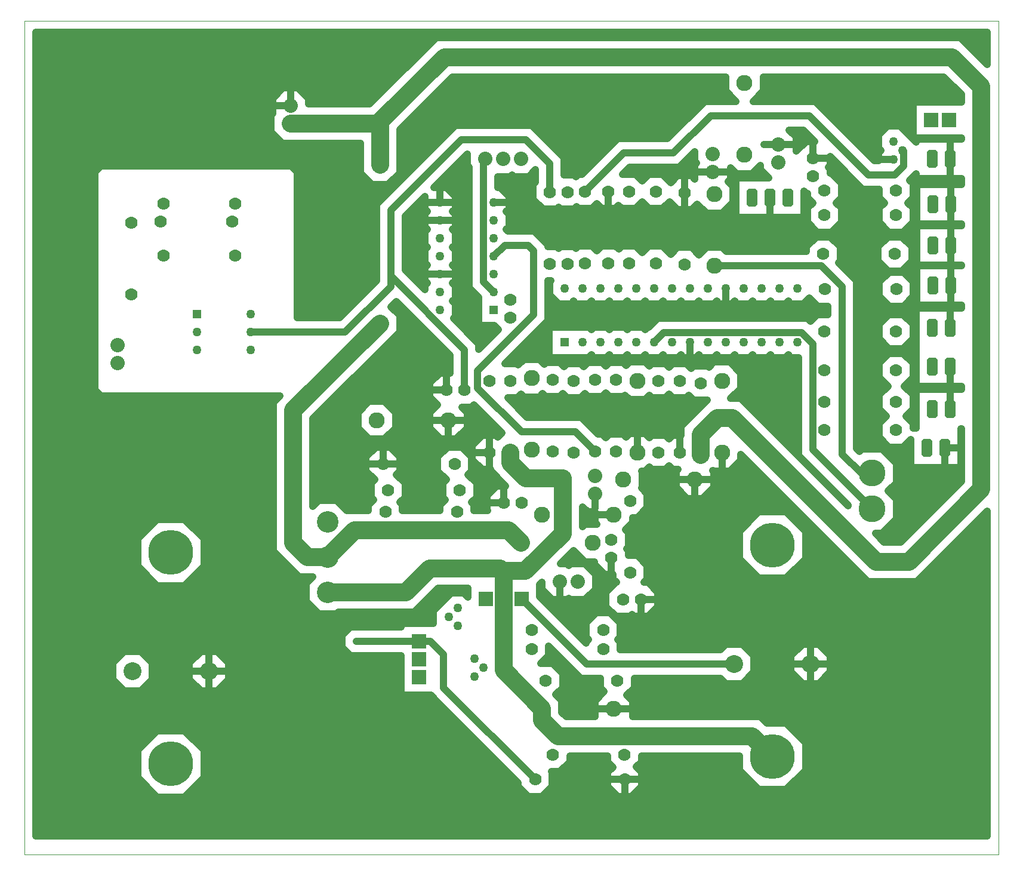
<source format=gbr>
G04 PROTEUS GERBER X2 FILE*
%TF.GenerationSoftware,Labcenter,Proteus,8.15-SP1-Build34318*%
%TF.CreationDate,2023-09-22T14:49:31+00:00*%
%TF.FileFunction,Copper,L1,Top*%
%TF.FilePolarity,Positive*%
%TF.Part,Single*%
%TF.SameCoordinates,{cc55e535-ffdd-4919-8125-6210c26246c2}*%
%FSLAX45Y45*%
%MOMM*%
G01*
%TA.AperFunction,Conductor*%
%ADD10C,1.016000*%
%ADD11C,2.540000*%
%TA.AperFunction,ViaPad*%
%ADD12C,0.762000*%
%TA.AperFunction,ComponentPad*%
%ADD13C,2.032000*%
%TA.AperFunction,ComponentPad*%
%ADD14R,1.270000X1.270000*%
%ADD15C,1.270000*%
%AMDIL006*
4,1,8,
-0.762000,0.965200,-0.457200,1.270000,0.457200,1.270000,0.762000,0.965200,0.762000,-0.965200,
0.457200,-1.270000,-0.457200,-1.270000,-0.762000,-0.965200,-0.762000,0.965200,
0*%
%TA.AperFunction,ComponentPad*%
%ADD16DIL006*%
%ADD17C,1.778000*%
%ADD18C,2.286000*%
%TA.AperFunction,ComponentPad*%
%ADD19R,2.032000X2.032000*%
%TA.AperFunction,ComponentPad*%
%ADD70C,2.540000*%
%ADD71C,6.350000*%
%TA.AperFunction,ComponentPad*%
%ADD20C,3.048000*%
%TA.AperFunction,ComponentPad*%
%ADD21C,3.810000*%
%TA.AperFunction,Profile*%
%ADD22C,0.101600*%
%TD.AperFunction*%
%TA.AperFunction,Conductor*%
G36*
X+5362520Y+4686277D02*
X+4979398Y+5069399D01*
X-2450747Y+5069399D01*
X-3363222Y+4156924D01*
X-3363224Y+4156924D01*
X-3396749Y+4123399D01*
X-4266001Y+4123399D01*
X-4266001Y+4203210D01*
X-4414790Y+4351999D01*
X-4625210Y+4351999D01*
X-4773999Y+4203210D01*
X-4773999Y+3992790D01*
X-4770170Y+3988960D01*
X-4799399Y+3959731D01*
X-4799399Y+3728269D01*
X-4635731Y+3564601D01*
X-3526892Y+3564601D01*
X-3526892Y+3378236D01*
X-3529398Y+3375730D01*
X-3529398Y+3144270D01*
X-3365730Y+2980602D01*
X-3134270Y+2980602D01*
X-2968094Y+3146778D01*
X-2968094Y+3761796D01*
X-2219289Y+4510601D01*
X+1653301Y+4510601D01*
X+1653301Y+4309530D01*
X+1799632Y+4163199D01*
X+1355834Y+4163199D01*
X+829135Y+3636500D01*
X+123134Y+3636500D01*
X-386067Y+3127299D01*
X-439949Y+3127299D01*
X-470000Y+3097248D01*
X-491651Y+3118899D01*
X-636801Y+3118899D01*
X-636801Y+3364167D01*
X-1095833Y+3823199D01*
X-2179413Y+3823199D01*
X-3295614Y+2706999D01*
X-3295614Y+1623582D01*
X-3826997Y+1092199D01*
X-4422600Y+1092199D01*
X-4422600Y+3158126D01*
X-4511874Y+3247400D01*
X-7208126Y+3247400D01*
X-7297400Y+3158126D01*
X-7297400Y+71874D01*
X-7208126Y-17400D01*
X-4672528Y-17400D01*
X-4759399Y-104271D01*
X-4759399Y-2215729D01*
X-4396109Y-2579019D01*
X-4200070Y-2579019D01*
X-4294799Y-2673748D01*
X-4294799Y-2926252D01*
X-4116252Y-3104799D01*
X-3863748Y-3104799D01*
X-3838348Y-3079399D01*
X-2764271Y-3079399D01*
X-2425520Y-2740648D01*
X-2003999Y-2740648D01*
X-2003999Y-2863674D01*
X-2060572Y-2807101D01*
X-2239428Y-2807101D01*
X-2365899Y-2933572D01*
X-2365899Y-2934101D01*
X-2366428Y-2934101D01*
X-2492899Y-3060572D01*
X-2492899Y-3239428D01*
X-2490326Y-3242001D01*
X-2953999Y-3242001D01*
X-2953999Y-3293077D01*
X-3670379Y-3293077D01*
X-3789410Y-3412108D01*
X-3789410Y-3580444D01*
X-3670379Y-3699475D01*
X-2953999Y-3699475D01*
X-2953999Y-4257999D01*
X-2529368Y-4257999D01*
X-2434167Y-4353199D01*
X-1291299Y-5496067D01*
X-1291299Y-5549949D01*
X-1149949Y-5691299D01*
X-950051Y-5691299D01*
X-808701Y-5549949D01*
X-808701Y-5350051D01*
X-817453Y-5341299D01*
X-700051Y-5341299D01*
X-558701Y-5199949D01*
X-558701Y-5119399D01*
X-25299Y-5119399D01*
X-25299Y-5199949D01*
X+51752Y-5277000D01*
X-21299Y-5350051D01*
X-21299Y-5549949D01*
X+120051Y-5691299D01*
X+319949Y-5691299D01*
X+461299Y-5549949D01*
X+461299Y-5350051D01*
X+384248Y-5273000D01*
X+457299Y-5199949D01*
X+457299Y-5119399D01*
X+1847329Y-5119399D01*
X+1847329Y-5321487D01*
X+2122589Y-5596747D01*
X+2511867Y-5596747D01*
X+2787127Y-5321487D01*
X+2787127Y-4932209D01*
X+2511867Y-4656949D01*
X+2242457Y-4656949D01*
X+2146109Y-4560601D01*
X+332568Y-4560601D01*
X+332699Y-4560470D01*
X+332699Y-4339530D01*
X+250208Y-4257040D01*
X+357299Y-4149949D01*
X+357299Y-4016867D01*
X+1581737Y-4016867D01*
X+1657937Y-4093067D01*
X+1889399Y-4093067D01*
X+2053067Y-3929399D01*
X+2053067Y-3697937D01*
X+1889399Y-3534269D01*
X+1657937Y-3534269D01*
X+1581737Y-3610469D01*
X+157299Y-3610469D01*
X+157299Y-3500051D01*
X+122248Y-3465000D01*
X+157299Y-3429949D01*
X+157299Y-3230051D01*
X+15949Y-3088701D01*
X-183949Y-3088701D01*
X-325299Y-3230051D01*
X-325299Y-3429949D01*
X-290248Y-3465000D01*
X-325299Y-3500051D01*
X-325299Y-3519335D01*
X-988001Y-2856634D01*
X-988001Y-2693128D01*
X-953999Y-2659126D01*
X-953999Y-2755210D01*
X-805210Y-2903999D01*
X-594790Y-2903999D01*
X-573000Y-2882209D01*
X-551210Y-2903999D01*
X-340790Y-2903999D01*
X-192001Y-2755210D01*
X-192001Y-2544790D01*
X-340790Y-2396001D01*
X-551210Y-2396001D01*
X-573000Y-2417791D01*
X-594790Y-2396001D01*
X-690874Y-2396001D01*
X-500699Y-2205826D01*
X-500699Y-2210470D01*
X-344470Y-2366699D01*
X-208600Y-2366699D01*
X-208600Y-2403949D01*
X-67250Y-2545299D01*
X+58701Y-2545299D01*
X+58701Y-2615949D01*
X+101453Y-2658701D01*
X+96051Y-2658701D01*
X-45299Y-2800051D01*
X-45299Y-2999949D01*
X+96051Y-3141299D01*
X+295949Y-3141299D01*
X+323000Y-3114248D01*
X+350051Y-3141299D01*
X+549949Y-3141299D01*
X+691299Y-2999949D01*
X+691299Y-2800051D01*
X+549949Y-2658701D01*
X+498547Y-2658701D01*
X+541299Y-2615949D01*
X+541299Y-2416051D01*
X+399949Y-2274701D01*
X+273998Y-2274701D01*
X+273998Y-2204051D01*
X+246947Y-2177000D01*
X+273998Y-2149949D01*
X+273998Y-1950051D01*
X+233558Y-1909611D01*
X+332699Y-1810470D01*
X+332699Y-1741299D01*
X+399949Y-1741299D01*
X+541299Y-1599949D01*
X+541299Y-1400051D01*
X+459208Y-1317961D01*
X+466699Y-1310470D01*
X+466699Y-1089530D01*
X+459868Y-1082699D01*
X+510470Y-1082699D01*
X+567960Y-1025209D01*
X+600051Y-1057299D01*
X+799949Y-1057299D01*
X+850000Y-1007248D01*
X+900051Y-1057299D01*
X+981532Y-1057299D01*
X+949301Y-1089530D01*
X+949301Y-1310470D01*
X+1105530Y-1466699D01*
X+1326470Y-1466699D01*
X+1482699Y-1310470D01*
X+1482699Y-1089530D01*
X+1469149Y-1075981D01*
X+1475980Y-1069150D01*
X+1489530Y-1082699D01*
X+1710470Y-1082699D01*
X+1866699Y-926470D01*
X+1866699Y-841827D01*
X+3670557Y-2645685D01*
X+4366838Y-2645685D01*
X+5362520Y-1650003D01*
X+5362520Y-6250000D01*
X-8132520Y-6250000D01*
X-8132520Y+5142520D01*
X+5362520Y+5142520D01*
X+5362520Y+4686277D01*
G37*
%TD.AperFunction*%
%LPC*%
G36*
X+3140187Y-3697937D02*
X+3140187Y-3929399D01*
X+2976519Y-4093067D01*
X+2745057Y-4093067D01*
X+2581389Y-3929399D01*
X+2581389Y-3697937D01*
X+2745057Y-3534269D01*
X+2976519Y-3534269D01*
X+3140187Y-3697937D01*
G37*
G36*
X+2787127Y-1935009D02*
X+2787127Y-2324287D01*
X+2511867Y-2599547D01*
X+2122589Y-2599547D01*
X+1847329Y-2324287D01*
X+1847329Y-1935009D01*
X+2122589Y-1659749D01*
X+2511867Y-1659749D01*
X+2787127Y-1935009D01*
G37*
G36*
X-5394717Y-3800417D02*
X-5394717Y-4031879D01*
X-5558385Y-4195547D01*
X-5789847Y-4195547D01*
X-5953515Y-4031879D01*
X-5953515Y-3800417D01*
X-5789847Y-3636749D01*
X-5558385Y-3636749D01*
X-5394717Y-3800417D01*
G37*
G36*
X-6481837Y-3800417D02*
X-6481837Y-4031879D01*
X-6645505Y-4195547D01*
X-6876967Y-4195547D01*
X-7040635Y-4031879D01*
X-7040635Y-3800417D01*
X-6876967Y-3636749D01*
X-6645505Y-3636749D01*
X-6481837Y-3800417D01*
G37*
G36*
X-5747777Y-5034689D02*
X-5747777Y-5423967D01*
X-6023037Y-5699227D01*
X-6412315Y-5699227D01*
X-6687575Y-5423967D01*
X-6687575Y-5034689D01*
X-6412315Y-4759429D01*
X-6023037Y-4759429D01*
X-5747777Y-5034689D01*
G37*
G36*
X-5747777Y-2037489D02*
X-5747777Y-2426767D01*
X-6023037Y-2702027D01*
X-6412315Y-2702027D01*
X-6687575Y-2426767D01*
X-6687575Y-2037489D01*
X-6412315Y-1762229D01*
X-6023037Y-1762229D01*
X-5747777Y-2037489D01*
G37*
%LPD*%
%TA.AperFunction,Conductor*%
G36*
X+5000601Y+4257940D02*
X+5000601Y+4153999D01*
X+4310001Y+4153999D01*
X+4310001Y+3646001D01*
X+5000601Y+3646001D01*
X+5000601Y+3629399D01*
X+4355401Y+3629399D01*
X+4355401Y+3583926D01*
X+4253428Y+3685899D01*
X+4252899Y+3685899D01*
X+4252899Y+3686428D01*
X+4126428Y+3812899D01*
X+3947572Y+3812899D01*
X+3821101Y+3686428D01*
X+3821101Y+3507572D01*
X+3858673Y+3470000D01*
X+3821101Y+3432428D01*
X+3821101Y+3323199D01*
X+3764167Y+3323199D01*
X+2924167Y+4163199D01*
X+2040368Y+4163199D01*
X+2186699Y+4309530D01*
X+2186699Y+4510601D01*
X+4747940Y+4510601D01*
X+5000601Y+4257940D01*
G37*
%TD.AperFunction*%
%TA.AperFunction,Conductor*%
G36*
X+2917335Y+3595299D02*
X+2794051Y+3595299D01*
X+2653999Y+3455247D01*
X+2653999Y+3659210D01*
X+2556408Y+3756801D01*
X+2755833Y+3756801D01*
X+2917335Y+3595299D01*
G37*
%TD.AperFunction*%
%TA.AperFunction,Conductor*%
G36*
X+1216001Y+3308790D02*
X+1237791Y+3287000D01*
X+1216001Y+3265210D01*
X+1216001Y+3061247D01*
X+1169949Y+3107299D01*
X+970051Y+3107299D01*
X+875000Y+3012248D01*
X+759949Y+3127299D01*
X+560051Y+3127299D01*
X+469350Y+3036598D01*
X+379949Y+3126000D01*
X+187366Y+3126000D01*
X+291468Y+3230102D01*
X+997469Y+3230102D01*
X+1216001Y+3448634D01*
X+1216001Y+3308790D01*
G37*
%TD.AperFunction*%
%TA.AperFunction,Conductor*%
G36*
X+3595833Y+2916801D02*
X+3828701Y+2916801D01*
X+3828701Y+2800051D01*
X+3903752Y+2725000D01*
X+3828701Y+2649949D01*
X+3828701Y+2450051D01*
X+3970051Y+2308701D01*
X+4169949Y+2308701D01*
X+4311299Y+2450051D01*
X+4311299Y+2649949D01*
X+4236248Y+2725000D01*
X+4311299Y+2800051D01*
X+4311299Y+2999949D01*
X+4264307Y+3046941D01*
X+4355401Y+3138035D01*
X+4355401Y+3070601D01*
X+5000601Y+3070601D01*
X+5000601Y+2979399D01*
X+4361401Y+2979399D01*
X+4361401Y+2420601D01*
X+5000601Y+2420601D01*
X+5000601Y+2399399D01*
X+4361401Y+2399399D01*
X+4361401Y+1840601D01*
X+5000601Y+1840601D01*
X+5000601Y+1829399D01*
X+4361401Y+1829399D01*
X+4361401Y+1270601D01*
X+5000601Y+1270601D01*
X+5000601Y+1229399D01*
X+4357401Y+1229399D01*
X+4357401Y+120601D01*
X+5000601Y+120601D01*
X+5000601Y+79399D01*
X+4357401Y+79399D01*
X+4357401Y-470601D01*
X+4311299Y-470601D01*
X+4311299Y-400051D01*
X+4211248Y-300000D01*
X+4311299Y-199949D01*
X+4311299Y-51D01*
X+4186248Y+125000D01*
X+4311299Y+250051D01*
X+4311299Y+449949D01*
X+4169949Y+591299D01*
X+3970051Y+591299D01*
X+3828701Y+449949D01*
X+3828701Y+250051D01*
X+3953752Y+125000D01*
X+3828701Y-51D01*
X+3828701Y-199949D01*
X+3928752Y-300000D01*
X+3828701Y-400051D01*
X+3828701Y-599949D01*
X+3970051Y-741299D01*
X+4169949Y-741299D01*
X+4281401Y-629847D01*
X+4281401Y-1029399D01*
X+4992599Y-1029399D01*
X+4992599Y-479399D01*
X+5000601Y-479399D01*
X+5000601Y-1221666D01*
X+4135380Y-2086887D01*
X+3902015Y-2086887D01*
X+3776027Y-1960899D01*
X+3872033Y-1960899D01*
X+4072899Y-1760033D01*
X+4072899Y-1475967D01*
X+3960932Y-1364000D01*
X+4072899Y-1252033D01*
X+4072899Y-967967D01*
X+3872033Y-767101D01*
X+3587967Y-767101D01*
X+3553217Y-801851D01*
X+3507199Y-755833D01*
X+3507199Y+1620166D01*
X+3253306Y+1874058D01*
X+3279299Y+1900051D01*
X+3279299Y+2099949D01*
X+3137949Y+2241299D01*
X+2938051Y+2241299D01*
X+2796701Y+2099949D01*
X+2796701Y+2031199D01*
X+1665970Y+2031199D01*
X+1602470Y+2094699D01*
X+1381530Y+2094699D01*
X+1274039Y+1987208D01*
X+1169949Y+2091299D01*
X+970051Y+2091299D01*
X+875000Y+1996248D01*
X+759949Y+2111299D01*
X+560051Y+2111299D01*
X+469350Y+2020598D01*
X+379949Y+2110000D01*
X+180051Y+2110000D01*
X+135649Y+2065598D01*
X+89949Y+2111299D01*
X-109949Y+2111299D01*
X-175000Y+2046248D01*
X-240051Y+2111299D01*
X-439949Y+2111299D01*
X-470000Y+2081248D01*
X-491651Y+2102899D01*
X-691549Y+2102899D01*
X-716600Y+2077848D01*
X-740051Y+2101299D01*
X-866801Y+2101299D01*
X-866801Y+2126639D01*
X-1063730Y+2323568D01*
X-1438241Y+2323568D01*
X-1459673Y+2345000D01*
X-1422101Y+2382572D01*
X-1422101Y+2561428D01*
X-1459673Y+2599000D01*
X-1422101Y+2636572D01*
X-1422101Y+2815428D01*
X-1548572Y+2941899D01*
X-1583531Y+2941899D01*
X-1583531Y+3096001D01*
X-1394790Y+3096001D01*
X-1373000Y+3117791D01*
X-1351210Y+3096001D01*
X-1140790Y+3096001D01*
X-1043199Y+3193592D01*
X-1043199Y+3014049D01*
X-1081299Y+2975949D01*
X-1081299Y+2776051D01*
X-939949Y+2634701D01*
X-740051Y+2634701D01*
X-715001Y+2659751D01*
X-691549Y+2636301D01*
X-491651Y+2636301D01*
X-461600Y+2666352D01*
X-439949Y+2644701D01*
X-240051Y+2644701D01*
X-175000Y+2709752D01*
X-109949Y+2644701D01*
X+89949Y+2644701D01*
X+134350Y+2689102D01*
X+180051Y+2643402D01*
X+379949Y+2643402D01*
X+470649Y+2734102D01*
X+560051Y+2644701D01*
X+759949Y+2644701D01*
X+855000Y+2739752D01*
X+970051Y+2624701D01*
X+1169949Y+2624701D01*
X+1252039Y+2706791D01*
X+1381530Y+2577301D01*
X+1602470Y+2577301D01*
X+1758699Y+2733530D01*
X+1758699Y+2954470D01*
X+1691189Y+3021980D01*
X+1723999Y+3054790D01*
X+1723999Y+3222832D01*
X+1809530Y+3137301D01*
X+2030470Y+3137301D01*
X+2146001Y+3252832D01*
X+2146001Y+3194790D01*
X+2261392Y+3079399D01*
X+1797401Y+3079399D01*
X+1797401Y+2520601D01*
X+2762599Y+2520601D01*
X+2762599Y+2890153D01*
X+2794051Y+2858701D01*
X+2812701Y+2858701D01*
X+2812701Y+2800051D01*
X+2887752Y+2725000D01*
X+2812701Y+2649949D01*
X+2812701Y+2450051D01*
X+2954051Y+2308701D01*
X+3153949Y+2308701D01*
X+3295299Y+2450051D01*
X+3295299Y+2649949D01*
X+3220248Y+2725000D01*
X+3295299Y+2800051D01*
X+3295299Y+2999949D01*
X+3153949Y+3141299D01*
X+3135299Y+3141299D01*
X+3135299Y+3199949D01*
X+3108248Y+3227000D01*
X+3135299Y+3254051D01*
X+3135299Y+3377335D01*
X+3595833Y+2916801D01*
G37*
%TD.AperFunction*%
%LPC*%
G36*
X+4315299Y+1599949D02*
X+4315299Y+1400051D01*
X+4173949Y+1258701D01*
X+3974051Y+1258701D01*
X+3832701Y+1400051D01*
X+3832701Y+1599949D01*
X+3974051Y+1741299D01*
X+4173949Y+1741299D01*
X+4315299Y+1599949D01*
G37*
G36*
X+3812701Y+1900051D02*
X+3812701Y+2099949D01*
X+3954051Y+2241299D01*
X+4153949Y+2241299D01*
X+4295299Y+2099949D01*
X+4295299Y+1900051D01*
X+4153949Y+1758701D01*
X+3954051Y+1758701D01*
X+3812701Y+1900051D01*
G37*
G36*
X+3828701Y+800051D02*
X+3828701Y+999949D01*
X+3970051Y+1141299D01*
X+4169949Y+1141299D01*
X+4311299Y+999949D01*
X+4311299Y+800051D01*
X+4169949Y+658701D01*
X+3970051Y+658701D01*
X+3828701Y+800051D01*
G37*
%LPD*%
%TA.AperFunction,Conductor*%
G36*
X-2615899Y+2636572D02*
X-2578327Y+2599000D01*
X-2615899Y+2561428D01*
X-2615899Y+2382572D01*
X-2578327Y+2345000D01*
X-2615899Y+2307428D01*
X-2615899Y+2128572D01*
X-2578327Y+2091000D01*
X-2615899Y+2053428D01*
X-2615899Y+1874572D01*
X-2578327Y+1837000D01*
X-2615899Y+1799428D01*
X-2615899Y+1620572D01*
X-2578327Y+1583000D01*
X-2615899Y+1545428D01*
X-2615899Y+1495264D01*
X-2889216Y+1768582D01*
X-2889216Y+2538664D01*
X-2615899Y+2811981D01*
X-2615899Y+2636572D01*
G37*
%TD.AperFunction*%
%TA.AperFunction,Conductor*%
G36*
X-845899Y+1599428D02*
X-845899Y+1420572D01*
X-719428Y+1294101D01*
X-540572Y+1294101D01*
X-504000Y+1330673D01*
X-467428Y+1294101D01*
X-288572Y+1294101D01*
X-251000Y+1331673D01*
X-213428Y+1294101D01*
X-34572Y+1294101D01*
X+3000Y+1331673D01*
X+40572Y+1294101D01*
X+219428Y+1294101D01*
X+257000Y+1331673D01*
X+294572Y+1294101D01*
X+473428Y+1294101D01*
X+511000Y+1331673D01*
X+548572Y+1294101D01*
X+727428Y+1294101D01*
X+765000Y+1331673D01*
X+802572Y+1294101D01*
X+981428Y+1294101D01*
X+1019000Y+1331673D01*
X+1056572Y+1294101D01*
X+1235428Y+1294101D01*
X+1273000Y+1331673D01*
X+1310572Y+1294101D01*
X+1489428Y+1294101D01*
X+1527000Y+1331673D01*
X+1564572Y+1294101D01*
X+1743428Y+1294101D01*
X+1781000Y+1331673D01*
X+1818572Y+1294101D01*
X+1997428Y+1294101D01*
X+2035000Y+1331673D01*
X+2072572Y+1294101D01*
X+2251428Y+1294101D01*
X+2289000Y+1331673D01*
X+2326572Y+1294101D01*
X+2505428Y+1294101D01*
X+2543000Y+1331673D01*
X+2580572Y+1294101D01*
X+2759428Y+1294101D01*
X+2841039Y+1375712D01*
X+2958051Y+1258701D01*
X+3100801Y+1258701D01*
X+3100801Y+1141299D01*
X+2954051Y+1141299D01*
X+2857825Y+1045073D01*
X+2812004Y+1090895D01*
X+693529Y+1090895D01*
X+566533Y+963899D01*
X+548572Y+963899D01*
X+511000Y+926327D01*
X+473428Y+963899D01*
X+294572Y+963899D01*
X+257000Y+926327D01*
X+219428Y+963899D01*
X+40572Y+963899D01*
X+3000Y+926327D01*
X-34572Y+963899D01*
X-213428Y+963899D01*
X-251000Y+926327D01*
X-288572Y+963899D01*
X-847899Y+963899D01*
X-847899Y+532101D01*
X-288572Y+532101D01*
X-251000Y+569673D01*
X-213428Y+532101D01*
X-34572Y+532101D01*
X+3000Y+569673D01*
X+40572Y+532101D01*
X+219428Y+532101D01*
X+257000Y+569673D01*
X+294572Y+532101D01*
X+473428Y+532101D01*
X+511000Y+569673D01*
X+548572Y+532101D01*
X+727428Y+532101D01*
X+764999Y+569672D01*
X+802572Y+532101D01*
X+981428Y+532101D01*
X+1019000Y+569673D01*
X+1056572Y+532101D01*
X+1235428Y+532101D01*
X+1273000Y+569673D01*
X+1310572Y+532101D01*
X+1489428Y+532101D01*
X+1527000Y+569673D01*
X+1564572Y+532101D01*
X+1743428Y+532101D01*
X+1781000Y+569673D01*
X+1818572Y+532101D01*
X+1997428Y+532101D01*
X+2035000Y+569673D01*
X+2072572Y+532101D01*
X+2251428Y+532101D01*
X+2289000Y+569673D01*
X+2326572Y+532101D01*
X+2505428Y+532101D01*
X+2543000Y+569673D01*
X+2580572Y+532101D01*
X+2685709Y+532101D01*
X+2685709Y-861075D01*
X+3387101Y-1562467D01*
X+3387101Y-1571973D01*
X+1865729Y-50601D01*
X+1726568Y-50601D01*
X+1866699Y+89530D01*
X+1866699Y+310470D01*
X+1710470Y+466699D01*
X+1489530Y+466699D01*
X+1415039Y+392208D01*
X+1399949Y+407299D01*
X+1200051Y+407299D01*
X+1167000Y+374248D01*
X+1099949Y+441299D01*
X+900051Y+441299D01*
X+850000Y+391248D01*
X+799949Y+441299D01*
X+600051Y+441299D01*
X+567960Y+409208D01*
X+510470Y+466699D01*
X+289530Y+466699D01*
X+240039Y+417208D01*
X+199949Y+457299D01*
X+51Y+457299D01*
X-50000Y+407248D01*
X-100051Y+457299D01*
X-299949Y+457299D01*
X-358000Y+399248D01*
X-400051Y+441299D01*
X-599949Y+441299D01*
X-642000Y+399248D01*
X-700051Y+457299D01*
X-899949Y+457299D01*
X-920040Y+437208D01*
X-989530Y+506699D01*
X-1210470Y+506699D01*
X-1287961Y+429208D01*
X-1300051Y+441299D01*
X-1481335Y+441299D01*
X-866801Y+1055833D01*
X-866801Y+1618701D01*
X-826626Y+1618701D01*
X-845899Y+1599428D01*
G37*
%TD.AperFunction*%
%TA.AperFunction,Conductor*%
G36*
X-2007999Y+3244790D02*
X-1989929Y+3226720D01*
X-1989929Y+1520563D01*
X-1853899Y+1384533D01*
X-1853899Y+986101D01*
X-1631349Y+986101D01*
X-1571307Y+926059D01*
X-1846801Y+650565D01*
X-1846801Y+726167D01*
X-2208654Y+1088019D01*
X-2184101Y+1112572D01*
X-2184101Y+1291428D01*
X-2221673Y+1329000D01*
X-2184101Y+1366572D01*
X-2184101Y+1545428D01*
X-2221673Y+1583000D01*
X-2184101Y+1620572D01*
X-2184101Y+1799428D01*
X-2221673Y+1837000D01*
X-2184101Y+1874572D01*
X-2184101Y+2053428D01*
X-2221673Y+2091000D01*
X-2184101Y+2128572D01*
X-2184101Y+2307428D01*
X-2221673Y+2345000D01*
X-2184101Y+2382572D01*
X-2184101Y+2561428D01*
X-2221673Y+2599000D01*
X-2184101Y+2636572D01*
X-2184101Y+2815428D01*
X-2310572Y+2941899D01*
X-2485981Y+2941899D01*
X-2011079Y+3416801D01*
X-2007999Y+3416801D01*
X-2007999Y+3244790D01*
G37*
%TD.AperFunction*%
%TA.AperFunction,Conductor*%
G36*
X+51Y-25299D02*
X+199949Y-25299D01*
X+224039Y-1209D01*
X+289530Y-66699D01*
X+510470Y-66699D01*
X+567960Y-9209D01*
X+600051Y-41299D01*
X+799949Y-41299D01*
X+850000Y+8752D01*
X+900051Y-41299D01*
X+1099949Y-41299D01*
X+1133000Y-8248D01*
X+1200051Y-75299D01*
X+1394527Y-75299D01*
X+1020601Y-449225D01*
X+1020601Y-574701D01*
X+900051Y-574701D01*
X+850000Y-624752D01*
X+799949Y-574701D01*
X+600051Y-574701D01*
X+567960Y-606792D01*
X+510470Y-549301D01*
X+289530Y-549301D01*
X+240039Y-598792D01*
X+199949Y-558701D01*
X+51Y-558701D01*
X-50000Y-608752D01*
X-100051Y-558701D01*
X-153933Y-558701D01*
X-395232Y-317402D01*
X-1160846Y-317402D01*
X-1436949Y-41299D01*
X-1300051Y-41299D01*
X-1247961Y+10791D01*
X-1210470Y-26699D01*
X-989530Y-26699D01*
X-944040Y+18791D01*
X-899949Y-25299D01*
X-700051Y-25299D01*
X-658000Y+16752D01*
X-599949Y-41299D01*
X-400051Y-41299D01*
X-342000Y+16752D01*
X-299949Y-25299D01*
X-100051Y-25299D01*
X-50000Y+24752D01*
X+51Y-25299D01*
G37*
%TD.AperFunction*%
%TA.AperFunction,Conductor*%
G36*
X-2253199Y+557833D02*
X-2253199Y+311299D01*
X-2403949Y+311299D01*
X-2545299Y+169949D01*
X-2545299Y-29949D01*
X-2436209Y-139040D01*
X-2546699Y-249530D01*
X-2546699Y-470470D01*
X-2390470Y-626699D01*
X-2169530Y-626699D01*
X-2013301Y-470470D01*
X-2013301Y-249530D01*
X-2091532Y-171299D01*
X-1950051Y-171299D01*
X-1915867Y-137115D01*
X-1516055Y-536925D01*
X-1576941Y-597811D01*
X-1600051Y-574701D01*
X-1799949Y-574701D01*
X-1941299Y-716051D01*
X-1941299Y-915949D01*
X-1799949Y-1057299D01*
X-1679399Y-1057299D01*
X-1679399Y-1075730D01*
X-1466428Y-1288701D01*
X-1593949Y-1288701D01*
X-1735299Y-1430051D01*
X-1735299Y-1629949D01*
X-1724647Y-1640601D01*
X-1917402Y-1640601D01*
X-1917402Y-1560051D01*
X-1953103Y-1524351D01*
X-1878701Y-1449949D01*
X-1878701Y-1250051D01*
X-1998752Y-1130000D01*
X-1948701Y-1079949D01*
X-1948701Y-880051D01*
X-2090051Y-738701D01*
X-2289949Y-738701D01*
X-2431299Y-880051D01*
X-2431299Y-1079949D01*
X-2311248Y-1200000D01*
X-2361299Y-1250051D01*
X-2361299Y-1449949D01*
X-2325599Y-1485650D01*
X-2400000Y-1560051D01*
X-2400000Y-1640601D01*
X-2933402Y-1640601D01*
X-2933402Y-1560051D01*
X-2969103Y-1524351D01*
X-2894701Y-1449949D01*
X-2894701Y-1250051D01*
X-3014752Y-1130000D01*
X-2964701Y-1079949D01*
X-2964701Y-880051D01*
X-3106051Y-738701D01*
X-3305949Y-738701D01*
X-3447299Y-880051D01*
X-3447299Y-1079949D01*
X-3327248Y-1200000D01*
X-3377299Y-1250051D01*
X-3377299Y-1449949D01*
X-3341599Y-1485650D01*
X-3416000Y-1560051D01*
X-3416000Y-1640601D01*
X-3717588Y-1640601D01*
X-3863748Y-1494441D01*
X-4116252Y-1494441D01*
X-4200601Y-1578790D01*
X-4200601Y-335729D01*
X-2970602Y+894270D01*
X-2970602Y+1125730D01*
X-3094668Y+1249796D01*
X-3019915Y+1324549D01*
X-2253199Y+557833D01*
G37*
%TD.AperFunction*%
%LPC*%
G36*
X-3562699Y-470470D02*
X-3562699Y-249530D01*
X-3406470Y-93301D01*
X-3185530Y-93301D01*
X-3029301Y-249530D01*
X-3029301Y-470470D01*
X-3185530Y-626699D01*
X-3406470Y-626699D01*
X-3562699Y-470470D01*
G37*
%LPD*%
%TA.AperFunction,Conductor*%
G36*
X-305210Y-1657999D02*
X-200699Y-1657999D01*
X-200699Y-1810470D01*
X-177868Y-1833301D01*
X-344470Y-1833301D01*
X-377307Y-1866138D01*
X-377307Y-1585902D01*
X-305210Y-1657999D01*
G37*
%TD.AperFunction*%
%TA.AperFunction,Conductor*%
G36*
X-462015Y-3957351D02*
X-402499Y-4016867D01*
X-125299Y-4016867D01*
X-125299Y-4149949D01*
X-68209Y-4207040D01*
X-200699Y-4339530D01*
X-200699Y-4560470D01*
X-200568Y-4560601D01*
X-607939Y-4560601D01*
X-670601Y-4497939D01*
X-670601Y-4334269D01*
X-756811Y-4248059D01*
X-658701Y-4149949D01*
X-658701Y-3950051D01*
X-800051Y-3808701D01*
X-967453Y-3808701D01*
X-858701Y-3699949D01*
X-858701Y-3560665D01*
X-462015Y-3957351D01*
G37*
%TD.AperFunction*%
D10*
X-1638000Y+1456000D02*
X-1786730Y+1604730D01*
X-1786730Y+3317270D01*
X-1754000Y+3350000D01*
X-2050000Y+70000D02*
X-2050000Y+642000D01*
X-3092415Y+1684415D01*
D11*
X-3990000Y-2800000D02*
X-2880000Y-2800000D01*
X-2541249Y-2461249D01*
X-1544751Y-2461249D01*
D10*
X-1050000Y-5450000D02*
X-2350000Y-4150000D01*
X-2350000Y-3680000D01*
X-2534000Y-3496000D01*
X-2700000Y-3496000D01*
X-3586211Y-3496276D02*
X-2700276Y-3496276D01*
X-2700000Y-3496000D01*
D11*
X-1496000Y-2890000D02*
X-1496000Y-3904000D01*
X-950000Y-4450000D01*
X-1496000Y-2890000D02*
X-1496000Y-2510000D01*
X-1508000Y-2498000D01*
X-1544751Y-2461249D01*
X-1400000Y-816000D02*
X-1400000Y-960001D01*
X-1180001Y-1180000D01*
X-656706Y-1180000D01*
X-656706Y-1966705D01*
X-1188001Y-2498000D01*
X-1508000Y-2498000D01*
D10*
X-5085000Y+889000D02*
X-3742830Y+889000D01*
X-3092415Y+1539415D01*
X-3092415Y+1684415D01*
D11*
X-3990000Y-2299620D02*
X-3940000Y-2249620D01*
X-3610380Y-1920000D01*
X-1430000Y-1920000D01*
X-1250000Y-2100000D01*
X-3990000Y-2299620D02*
X-4280380Y-2299620D01*
X-4480000Y-2100000D01*
X-4480000Y-220000D01*
X-3250000Y+1010000D01*
D10*
X-3092415Y+2622831D02*
X-3092415Y+1684415D01*
X-1638000Y+1964000D02*
X-1481631Y+2120369D01*
X-1147897Y+2120369D01*
X-1070000Y+2042472D01*
X-1070000Y+1140000D01*
X-1865002Y+344998D01*
X-1865002Y+99388D01*
X-1245013Y-520601D01*
X-479399Y-520601D01*
X-200000Y-800000D01*
X-840000Y+2876000D02*
X-840000Y+3280000D01*
X-1180000Y+3620000D01*
X-2095246Y+3620000D01*
X-3092415Y+2622831D01*
X-340000Y+2886000D02*
X+207301Y+3433301D01*
X+913302Y+3433301D01*
X+1440001Y+3960000D01*
X+2840000Y+3960000D01*
X+3680000Y+3120000D01*
X+4050000Y+3120000D01*
X+4178227Y+3248227D01*
X+4178227Y+3455773D01*
X+4164000Y+3470000D01*
X+3730000Y-1110000D02*
X+3574000Y-1110000D01*
X+3304000Y-840000D01*
X+3304000Y+1535999D01*
X+3011999Y+1828000D01*
X+1492000Y+1828000D01*
D11*
X-3247493Y+3514000D02*
X-3247493Y+3877525D01*
X-3247493Y+3514000D02*
X-3247493Y+3262507D01*
X-3250000Y+3260000D01*
X-4520000Y+3844000D02*
X-3281018Y+3844000D01*
X-3247493Y+3877525D01*
D10*
X+3730000Y-1618000D02*
X+2888908Y-776908D01*
X+2888908Y+726625D01*
X+2727837Y+887696D01*
X+777696Y+887696D01*
X+638000Y+748000D01*
D11*
X+1300000Y-850000D02*
X+1300000Y-564954D01*
X+1534954Y-330000D01*
X+1750000Y-330000D01*
X+3786286Y-2366286D01*
X+4251109Y-2366286D01*
X+5280000Y-1337395D01*
X+5280000Y+4373669D01*
X+4863669Y+4790000D01*
X-2335018Y+4790000D01*
X-3247493Y+3877525D01*
D10*
X-1242000Y-2890000D02*
X-318332Y-3813668D01*
X+1773668Y-3813668D01*
D11*
X-950000Y-4450000D02*
X-950000Y-4613668D01*
X-723668Y-4840000D01*
X+2030380Y-4840000D01*
X+2317228Y-5126848D01*
D12*
X-3586211Y-3496276D03*
D10*
X+5362520Y+4686277D02*
X+4979398Y+5069399D01*
X-2450747Y+5069399D01*
X-3363222Y+4156924D01*
X-3363224Y+4156924D01*
X-3396749Y+4123399D01*
X-4266001Y+4123399D01*
X-4266001Y+4203210D01*
X-4414790Y+4351999D01*
X-4625210Y+4351999D01*
X-4773999Y+4203210D01*
X-4773999Y+3992790D01*
X-4770170Y+3988960D01*
X-4799399Y+3959731D01*
X-4799399Y+3728269D01*
X-4635731Y+3564601D01*
X-3526892Y+3564601D01*
X-3526892Y+3378236D01*
X-3529398Y+3375730D01*
X-3529398Y+3144270D01*
X-3365730Y+2980602D01*
X-3134270Y+2980602D01*
X-2968094Y+3146778D01*
X-2968094Y+3761796D01*
X-2219289Y+4510601D01*
X+1653301Y+4510601D01*
X+1653301Y+4309530D01*
X+1799632Y+4163199D01*
X+1355834Y+4163199D01*
X+829135Y+3636500D01*
X+123134Y+3636500D01*
X-386067Y+3127299D01*
X-439949Y+3127299D01*
X-470000Y+3097248D01*
X-491651Y+3118899D01*
X-636801Y+3118899D01*
X-636801Y+3364167D01*
X-1095833Y+3823199D01*
X-2179413Y+3823199D01*
X-3295614Y+2706999D01*
X-3295614Y+1623582D01*
X-3826997Y+1092199D01*
X-4422600Y+1092199D01*
X-4422600Y+3158126D01*
X-4511874Y+3247400D01*
X-7208126Y+3247400D01*
X-7297400Y+3158126D01*
X-7297400Y+71874D01*
X-7208126Y-17400D01*
X-4672528Y-17400D01*
X-4759399Y-104271D01*
X-4759399Y-2215729D01*
X-4396109Y-2579019D01*
X-4200070Y-2579019D01*
X-4294799Y-2673748D01*
X-4294799Y-2926252D01*
X-4116252Y-3104799D01*
X-3863748Y-3104799D01*
X-3838348Y-3079399D01*
X-2764271Y-3079399D01*
X-2425520Y-2740648D01*
X-2003999Y-2740648D01*
X-2003999Y-2863674D01*
X-2060572Y-2807101D01*
X-2239428Y-2807101D01*
X-2365899Y-2933572D01*
X-2365899Y-2934101D01*
X-2366428Y-2934101D01*
X-2492899Y-3060572D01*
X-2492899Y-3239428D01*
X-2490326Y-3242001D01*
X-2953999Y-3242001D01*
X-2953999Y-3293077D01*
X-3670379Y-3293077D01*
X-3789410Y-3412108D01*
X-3789410Y-3580444D01*
X-3670379Y-3699475D01*
X-2953999Y-3699475D01*
X-2953999Y-4257999D01*
X-2529368Y-4257999D01*
X-2434167Y-4353199D01*
X-1291299Y-5496067D01*
X-1291299Y-5549949D01*
X-1149949Y-5691299D01*
X-950051Y-5691299D01*
X-808701Y-5549949D01*
X-808701Y-5350051D01*
X-817453Y-5341299D01*
X-700051Y-5341299D01*
X-558701Y-5199949D01*
X-558701Y-5119399D01*
X-25299Y-5119399D01*
X-25299Y-5199949D01*
X+51752Y-5277000D01*
X-21299Y-5350051D01*
X-21299Y-5549949D01*
X+120051Y-5691299D01*
X+319949Y-5691299D01*
X+461299Y-5549949D01*
X+461299Y-5350051D01*
X+384248Y-5273000D01*
X+457299Y-5199949D01*
X+457299Y-5119399D01*
X+1847329Y-5119399D01*
X+1847329Y-5321487D01*
X+2122589Y-5596747D01*
X+2511867Y-5596747D01*
X+2787127Y-5321487D01*
X+2787127Y-4932209D01*
X+2511867Y-4656949D01*
X+2242457Y-4656949D01*
X+2146109Y-4560601D01*
X+332568Y-4560601D01*
X+332699Y-4560470D01*
X+332699Y-4339530D01*
X+250208Y-4257040D01*
X+357299Y-4149949D01*
X+357299Y-4016867D01*
X+1581737Y-4016867D01*
X+1657937Y-4093067D01*
X+1889399Y-4093067D01*
X+2053067Y-3929399D01*
X+2053067Y-3697937D01*
X+1889399Y-3534269D01*
X+1657937Y-3534269D01*
X+1581737Y-3610469D01*
X+157299Y-3610469D01*
X+157299Y-3500051D01*
X+122248Y-3465000D01*
X+157299Y-3429949D01*
X+157299Y-3230051D01*
X+15949Y-3088701D01*
X-183949Y-3088701D01*
X-325299Y-3230051D01*
X-325299Y-3429949D01*
X-290248Y-3465000D01*
X-325299Y-3500051D01*
X-325299Y-3519335D01*
X-988001Y-2856634D01*
X-988001Y-2693128D01*
X-953999Y-2659126D01*
X-953999Y-2755210D01*
X-805210Y-2903999D01*
X-594790Y-2903999D01*
X-573000Y-2882209D01*
X-551210Y-2903999D01*
X-340790Y-2903999D01*
X-192001Y-2755210D01*
X-192001Y-2544790D01*
X-340790Y-2396001D01*
X-551210Y-2396001D01*
X-573000Y-2417791D01*
X-594790Y-2396001D01*
X-690874Y-2396001D01*
X-500699Y-2205826D01*
X-500699Y-2210470D01*
X-344470Y-2366699D01*
X-208600Y-2366699D01*
X-208600Y-2403949D01*
X-67250Y-2545299D01*
X+58701Y-2545299D01*
X+58701Y-2615949D01*
X+101453Y-2658701D01*
X+96051Y-2658701D01*
X-45299Y-2800051D01*
X-45299Y-2999949D01*
X+96051Y-3141299D01*
X+295949Y-3141299D01*
X+323000Y-3114248D01*
X+350051Y-3141299D01*
X+549949Y-3141299D01*
X+691299Y-2999949D01*
X+691299Y-2800051D01*
X+549949Y-2658701D01*
X+498547Y-2658701D01*
X+541299Y-2615949D01*
X+541299Y-2416051D01*
X+399949Y-2274701D01*
X+273998Y-2274701D01*
X+273998Y-2204051D01*
X+246947Y-2177000D01*
X+273998Y-2149949D01*
X+273998Y-1950051D01*
X+233558Y-1909611D01*
X+332699Y-1810470D01*
X+332699Y-1741299D01*
X+399949Y-1741299D01*
X+541299Y-1599949D01*
X+541299Y-1400051D01*
X+459208Y-1317961D01*
X+466699Y-1310470D01*
X+466699Y-1089530D01*
X+459868Y-1082699D01*
X+510470Y-1082699D01*
X+567960Y-1025209D01*
X+600051Y-1057299D01*
X+799949Y-1057299D01*
X+850000Y-1007248D01*
X+900051Y-1057299D01*
X+981532Y-1057299D01*
X+949301Y-1089530D01*
X+949301Y-1310470D01*
X+1105530Y-1466699D01*
X+1326470Y-1466699D01*
X+1482699Y-1310470D01*
X+1482699Y-1089530D01*
X+1469149Y-1075981D01*
X+1475980Y-1069150D01*
X+1489530Y-1082699D01*
X+1710470Y-1082699D01*
X+1866699Y-926470D01*
X+1866699Y-841827D01*
X+3670557Y-2645685D01*
X+4366838Y-2645685D01*
X+5362520Y-1650003D01*
X+5362520Y-6250000D01*
X-8132520Y-6250000D01*
X-8132520Y+5142520D01*
X+5362520Y+5142520D01*
X+5362520Y+4686277D01*
X+3140187Y-3697937D02*
X+3140187Y-3929399D01*
X+2976519Y-4093067D01*
X+2745057Y-4093067D01*
X+2581389Y-3929399D01*
X+2581389Y-3697937D01*
X+2745057Y-3534269D01*
X+2976519Y-3534269D01*
X+3140187Y-3697937D01*
X+2787127Y-1935009D02*
X+2787127Y-2324287D01*
X+2511867Y-2599547D01*
X+2122589Y-2599547D01*
X+1847329Y-2324287D01*
X+1847329Y-1935009D01*
X+2122589Y-1659749D01*
X+2511867Y-1659749D01*
X+2787127Y-1935009D01*
X-5394717Y-3800417D02*
X-5394717Y-4031879D01*
X-5558385Y-4195547D01*
X-5789847Y-4195547D01*
X-5953515Y-4031879D01*
X-5953515Y-3800417D01*
X-5789847Y-3636749D01*
X-5558385Y-3636749D01*
X-5394717Y-3800417D01*
X-6481837Y-3800417D02*
X-6481837Y-4031879D01*
X-6645505Y-4195547D01*
X-6876967Y-4195547D01*
X-7040635Y-4031879D01*
X-7040635Y-3800417D01*
X-6876967Y-3636749D01*
X-6645505Y-3636749D01*
X-6481837Y-3800417D01*
X-5747777Y-5034689D02*
X-5747777Y-5423967D01*
X-6023037Y-5699227D01*
X-6412315Y-5699227D01*
X-6687575Y-5423967D01*
X-6687575Y-5034689D01*
X-6412315Y-4759429D01*
X-6023037Y-4759429D01*
X-5747777Y-5034689D01*
X-5747777Y-2037489D02*
X-5747777Y-2426767D01*
X-6023037Y-2702027D01*
X-6412315Y-2702027D01*
X-6687575Y-2426767D01*
X-6687575Y-2037489D01*
X-6412315Y-1762229D01*
X-6023037Y-1762229D01*
X-5747777Y-2037489D01*
X+5000601Y+4257940D02*
X+5000601Y+4153999D01*
X+4310001Y+4153999D01*
X+4310001Y+3646001D01*
X+5000601Y+3646001D01*
X+5000601Y+3629399D01*
X+4355401Y+3629399D01*
X+4355401Y+3583926D01*
X+4253428Y+3685899D01*
X+4252899Y+3685899D01*
X+4252899Y+3686428D01*
X+4126428Y+3812899D01*
X+3947572Y+3812899D01*
X+3821101Y+3686428D01*
X+3821101Y+3507572D01*
X+3858673Y+3470000D01*
X+3821101Y+3432428D01*
X+3821101Y+3323199D01*
X+3764167Y+3323199D01*
X+2924167Y+4163199D01*
X+2040368Y+4163199D01*
X+2186699Y+4309530D01*
X+2186699Y+4510601D01*
X+4747940Y+4510601D01*
X+5000601Y+4257940D01*
X+2917335Y+3595299D02*
X+2794051Y+3595299D01*
X+2653999Y+3455247D01*
X+2653999Y+3659210D01*
X+2556408Y+3756801D01*
X+2755833Y+3756801D01*
X+2917335Y+3595299D01*
X+1216001Y+3308790D02*
X+1237791Y+3287000D01*
X+1216001Y+3265210D01*
X+1216001Y+3061247D01*
X+1169949Y+3107299D01*
X+970051Y+3107299D01*
X+875000Y+3012248D01*
X+759949Y+3127299D01*
X+560051Y+3127299D01*
X+469350Y+3036598D01*
X+379949Y+3126000D01*
X+187366Y+3126000D01*
X+291468Y+3230102D01*
X+997469Y+3230102D01*
X+1216001Y+3448634D01*
X+1216001Y+3308790D01*
X+3595833Y+2916801D02*
X+3828701Y+2916801D01*
X+3828701Y+2800051D01*
X+3903752Y+2725000D01*
X+3828701Y+2649949D01*
X+3828701Y+2450051D01*
X+3970051Y+2308701D01*
X+4169949Y+2308701D01*
X+4311299Y+2450051D01*
X+4311299Y+2649949D01*
X+4236248Y+2725000D01*
X+4311299Y+2800051D01*
X+4311299Y+2999949D01*
X+4264307Y+3046941D01*
X+4355401Y+3138035D01*
X+4355401Y+3070601D01*
X+5000601Y+3070601D01*
X+5000601Y+2979399D01*
X+4361401Y+2979399D01*
X+4361401Y+2420601D01*
X+5000601Y+2420601D01*
X+5000601Y+2399399D01*
X+4361401Y+2399399D01*
X+4361401Y+1840601D01*
X+5000601Y+1840601D01*
X+5000601Y+1829399D01*
X+4361401Y+1829399D01*
X+4361401Y+1270601D01*
X+5000601Y+1270601D01*
X+5000601Y+1229399D01*
X+4357401Y+1229399D01*
X+4357401Y+120601D01*
X+5000601Y+120601D01*
X+5000601Y+79399D01*
X+4357401Y+79399D01*
X+4357401Y-470601D01*
X+4311299Y-470601D01*
X+4311299Y-400051D01*
X+4211248Y-300000D01*
X+4311299Y-199949D01*
X+4311299Y-51D01*
X+4186248Y+125000D01*
X+4311299Y+250051D01*
X+4311299Y+449949D01*
X+4169949Y+591299D01*
X+3970051Y+591299D01*
X+3828701Y+449949D01*
X+3828701Y+250051D01*
X+3953752Y+125000D01*
X+3828701Y-51D01*
X+3828701Y-199949D01*
X+3928752Y-300000D01*
X+3828701Y-400051D01*
X+3828701Y-599949D01*
X+3970051Y-741299D01*
X+4169949Y-741299D01*
X+4281401Y-629847D01*
X+4281401Y-1029399D01*
X+4992599Y-1029399D01*
X+4992599Y-479399D01*
X+5000601Y-479399D01*
X+5000601Y-1221666D01*
X+4135380Y-2086887D01*
X+3902015Y-2086887D01*
X+3776027Y-1960899D01*
X+3872033Y-1960899D01*
X+4072899Y-1760033D01*
X+4072899Y-1475967D01*
X+3960932Y-1364000D01*
X+4072899Y-1252033D01*
X+4072899Y-967967D01*
X+3872033Y-767101D01*
X+3587967Y-767101D01*
X+3553217Y-801851D01*
X+3507199Y-755833D01*
X+3507199Y+1620166D01*
X+3253306Y+1874058D01*
X+3279299Y+1900051D01*
X+3279299Y+2099949D01*
X+3137949Y+2241299D01*
X+2938051Y+2241299D01*
X+2796701Y+2099949D01*
X+2796701Y+2031199D01*
X+1665970Y+2031199D01*
X+1602470Y+2094699D01*
X+1381530Y+2094699D01*
X+1274039Y+1987208D01*
X+1169949Y+2091299D01*
X+970051Y+2091299D01*
X+875000Y+1996248D01*
X+759949Y+2111299D01*
X+560051Y+2111299D01*
X+469350Y+2020598D01*
X+379949Y+2110000D01*
X+180051Y+2110000D01*
X+135649Y+2065598D01*
X+89949Y+2111299D01*
X-109949Y+2111299D01*
X-175000Y+2046248D01*
X-240051Y+2111299D01*
X-439949Y+2111299D01*
X-470000Y+2081248D01*
X-491651Y+2102899D01*
X-691549Y+2102899D01*
X-716600Y+2077848D01*
X-740051Y+2101299D01*
X-866801Y+2101299D01*
X-866801Y+2126639D01*
X-1063730Y+2323568D01*
X-1438241Y+2323568D01*
X-1459673Y+2345000D01*
X-1422101Y+2382572D01*
X-1422101Y+2561428D01*
X-1459673Y+2599000D01*
X-1422101Y+2636572D01*
X-1422101Y+2815428D01*
X-1548572Y+2941899D01*
X-1583531Y+2941899D01*
X-1583531Y+3096001D01*
X-1394790Y+3096001D01*
X-1373000Y+3117791D01*
X-1351210Y+3096001D01*
X-1140790Y+3096001D01*
X-1043199Y+3193592D01*
X-1043199Y+3014049D01*
X-1081299Y+2975949D01*
X-1081299Y+2776051D01*
X-939949Y+2634701D01*
X-740051Y+2634701D01*
X-715001Y+2659751D01*
X-691549Y+2636301D01*
X-491651Y+2636301D01*
X-461600Y+2666352D01*
X-439949Y+2644701D01*
X-240051Y+2644701D01*
X-175000Y+2709752D01*
X-109949Y+2644701D01*
X+89949Y+2644701D01*
X+134350Y+2689102D01*
X+180051Y+2643402D01*
X+379949Y+2643402D01*
X+470649Y+2734102D01*
X+560051Y+2644701D01*
X+759949Y+2644701D01*
X+855000Y+2739752D01*
X+970051Y+2624701D01*
X+1169949Y+2624701D01*
X+1252039Y+2706791D01*
X+1381530Y+2577301D01*
X+1602470Y+2577301D01*
X+1758699Y+2733530D01*
X+1758699Y+2954470D01*
X+1691189Y+3021980D01*
X+1723999Y+3054790D01*
X+1723999Y+3222832D01*
X+1809530Y+3137301D01*
X+2030470Y+3137301D01*
X+2146001Y+3252832D01*
X+2146001Y+3194790D01*
X+2261392Y+3079399D01*
X+1797401Y+3079399D01*
X+1797401Y+2520601D01*
X+2762599Y+2520601D01*
X+2762599Y+2890153D01*
X+2794051Y+2858701D01*
X+2812701Y+2858701D01*
X+2812701Y+2800051D01*
X+2887752Y+2725000D01*
X+2812701Y+2649949D01*
X+2812701Y+2450051D01*
X+2954051Y+2308701D01*
X+3153949Y+2308701D01*
X+3295299Y+2450051D01*
X+3295299Y+2649949D01*
X+3220248Y+2725000D01*
X+3295299Y+2800051D01*
X+3295299Y+2999949D01*
X+3153949Y+3141299D01*
X+3135299Y+3141299D01*
X+3135299Y+3199949D01*
X+3108248Y+3227000D01*
X+3135299Y+3254051D01*
X+3135299Y+3377335D01*
X+3595833Y+2916801D01*
X+4315299Y+1599949D02*
X+4315299Y+1400051D01*
X+4173949Y+1258701D01*
X+3974051Y+1258701D01*
X+3832701Y+1400051D01*
X+3832701Y+1599949D01*
X+3974051Y+1741299D01*
X+4173949Y+1741299D01*
X+4315299Y+1599949D01*
X+3812701Y+1900051D02*
X+3812701Y+2099949D01*
X+3954051Y+2241299D01*
X+4153949Y+2241299D01*
X+4295299Y+2099949D01*
X+4295299Y+1900051D01*
X+4153949Y+1758701D01*
X+3954051Y+1758701D01*
X+3812701Y+1900051D01*
X+3828701Y+800051D02*
X+3828701Y+999949D01*
X+3970051Y+1141299D01*
X+4169949Y+1141299D01*
X+4311299Y+999949D01*
X+4311299Y+800051D01*
X+4169949Y+658701D01*
X+3970051Y+658701D01*
X+3828701Y+800051D01*
X-2615899Y+2636572D02*
X-2578327Y+2599000D01*
X-2615899Y+2561428D01*
X-2615899Y+2382572D01*
X-2578327Y+2345000D01*
X-2615899Y+2307428D01*
X-2615899Y+2128572D01*
X-2578327Y+2091000D01*
X-2615899Y+2053428D01*
X-2615899Y+1874572D01*
X-2578327Y+1837000D01*
X-2615899Y+1799428D01*
X-2615899Y+1620572D01*
X-2578327Y+1583000D01*
X-2615899Y+1545428D01*
X-2615899Y+1495264D01*
X-2889216Y+1768582D01*
X-2889216Y+2538664D01*
X-2615899Y+2811981D01*
X-2615899Y+2636572D01*
X-845899Y+1599428D02*
X-845899Y+1420572D01*
X-719428Y+1294101D01*
X-540572Y+1294101D01*
X-504000Y+1330673D01*
X-467428Y+1294101D01*
X-288572Y+1294101D01*
X-251000Y+1331673D01*
X-213428Y+1294101D01*
X-34572Y+1294101D01*
X+3000Y+1331673D01*
X+40572Y+1294101D01*
X+219428Y+1294101D01*
X+257000Y+1331673D01*
X+294572Y+1294101D01*
X+473428Y+1294101D01*
X+511000Y+1331673D01*
X+548572Y+1294101D01*
X+727428Y+1294101D01*
X+765000Y+1331673D01*
X+802572Y+1294101D01*
X+981428Y+1294101D01*
X+1019000Y+1331673D01*
X+1056572Y+1294101D01*
X+1235428Y+1294101D01*
X+1273000Y+1331673D01*
X+1310572Y+1294101D01*
X+1489428Y+1294101D01*
X+1527000Y+1331673D01*
X+1564572Y+1294101D01*
X+1743428Y+1294101D01*
X+1781000Y+1331673D01*
X+1818572Y+1294101D01*
X+1997428Y+1294101D01*
X+2035000Y+1331673D01*
X+2072572Y+1294101D01*
X+2251428Y+1294101D01*
X+2289000Y+1331673D01*
X+2326572Y+1294101D01*
X+2505428Y+1294101D01*
X+2543000Y+1331673D01*
X+2580572Y+1294101D01*
X+2759428Y+1294101D01*
X+2841039Y+1375712D01*
X+2958051Y+1258701D01*
X+3100801Y+1258701D01*
X+3100801Y+1141299D01*
X+2954051Y+1141299D01*
X+2857825Y+1045073D01*
X+2812004Y+1090895D01*
X+693529Y+1090895D01*
X+566533Y+963899D01*
X+548572Y+963899D01*
X+511000Y+926327D01*
X+473428Y+963899D01*
X+294572Y+963899D01*
X+257000Y+926327D01*
X+219428Y+963899D01*
X+40572Y+963899D01*
X+3000Y+926327D01*
X-34572Y+963899D01*
X-213428Y+963899D01*
X-251000Y+926327D01*
X-288572Y+963899D01*
X-847899Y+963899D01*
X-847899Y+532101D01*
X-288572Y+532101D01*
X-251000Y+569673D01*
X-213428Y+532101D01*
X-34572Y+532101D01*
X+3000Y+569673D01*
X+40572Y+532101D01*
X+219428Y+532101D01*
X+257000Y+569673D01*
X+294572Y+532101D01*
X+473428Y+532101D01*
X+511000Y+569673D01*
X+548572Y+532101D01*
X+727428Y+532101D01*
X+764999Y+569672D01*
X+802572Y+532101D01*
X+981428Y+532101D01*
X+1019000Y+569673D01*
X+1056572Y+532101D01*
X+1235428Y+532101D01*
X+1273000Y+569673D01*
X+1310572Y+532101D01*
X+1489428Y+532101D01*
X+1527000Y+569673D01*
X+1564572Y+532101D01*
X+1743428Y+532101D01*
X+1781000Y+569673D01*
X+1818572Y+532101D01*
X+1997428Y+532101D01*
X+2035000Y+569673D01*
X+2072572Y+532101D01*
X+2251428Y+532101D01*
X+2289000Y+569673D01*
X+2326572Y+532101D01*
X+2505428Y+532101D01*
X+2543000Y+569673D01*
X+2580572Y+532101D01*
X+2685709Y+532101D01*
X+2685709Y-861075D01*
X+3387101Y-1562467D01*
X+3387101Y-1571973D01*
X+1865729Y-50601D01*
X+1726568Y-50601D01*
X+1866699Y+89530D01*
X+1866699Y+310470D01*
X+1710470Y+466699D01*
X+1489530Y+466699D01*
X+1415039Y+392208D01*
X+1399949Y+407299D01*
X+1200051Y+407299D01*
X+1167000Y+374248D01*
X+1099949Y+441299D01*
X+900051Y+441299D01*
X+850000Y+391248D01*
X+799949Y+441299D01*
X+600051Y+441299D01*
X+567960Y+409208D01*
X+510470Y+466699D01*
X+289530Y+466699D01*
X+240039Y+417208D01*
X+199949Y+457299D01*
X+51Y+457299D01*
X-50000Y+407248D01*
X-100051Y+457299D01*
X-299949Y+457299D01*
X-358000Y+399248D01*
X-400051Y+441299D01*
X-599949Y+441299D01*
X-642000Y+399248D01*
X-700051Y+457299D01*
X-899949Y+457299D01*
X-920040Y+437208D01*
X-989530Y+506699D01*
X-1210470Y+506699D01*
X-1287961Y+429208D01*
X-1300051Y+441299D01*
X-1481335Y+441299D01*
X-866801Y+1055833D01*
X-866801Y+1618701D01*
X-826626Y+1618701D01*
X-845899Y+1599428D01*
X-2007999Y+3244790D02*
X-1989929Y+3226720D01*
X-1989929Y+1520563D01*
X-1853899Y+1384533D01*
X-1853899Y+986101D01*
X-1631349Y+986101D01*
X-1571307Y+926059D01*
X-1846801Y+650565D01*
X-1846801Y+726167D01*
X-2208654Y+1088019D01*
X-2184101Y+1112572D01*
X-2184101Y+1291428D01*
X-2221673Y+1329000D01*
X-2184101Y+1366572D01*
X-2184101Y+1545428D01*
X-2221673Y+1583000D01*
X-2184101Y+1620572D01*
X-2184101Y+1799428D01*
X-2221673Y+1837000D01*
X-2184101Y+1874572D01*
X-2184101Y+2053428D01*
X-2221673Y+2091000D01*
X-2184101Y+2128572D01*
X-2184101Y+2307428D01*
X-2221673Y+2345000D01*
X-2184101Y+2382572D01*
X-2184101Y+2561428D01*
X-2221673Y+2599000D01*
X-2184101Y+2636572D01*
X-2184101Y+2815428D01*
X-2310572Y+2941899D01*
X-2485981Y+2941899D01*
X-2011079Y+3416801D01*
X-2007999Y+3416801D01*
X-2007999Y+3244790D01*
X+51Y-25299D02*
X+199949Y-25299D01*
X+224039Y-1209D01*
X+289530Y-66699D01*
X+510470Y-66699D01*
X+567960Y-9209D01*
X+600051Y-41299D01*
X+799949Y-41299D01*
X+850000Y+8752D01*
X+900051Y-41299D01*
X+1099949Y-41299D01*
X+1133000Y-8248D01*
X+1200051Y-75299D01*
X+1394527Y-75299D01*
X+1020601Y-449225D01*
X+1020601Y-574701D01*
X+900051Y-574701D01*
X+850000Y-624752D01*
X+799949Y-574701D01*
X+600051Y-574701D01*
X+567960Y-606792D01*
X+510470Y-549301D01*
X+289530Y-549301D01*
X+240039Y-598792D01*
X+199949Y-558701D01*
X+51Y-558701D01*
X-50000Y-608752D01*
X-100051Y-558701D01*
X-153933Y-558701D01*
X-395232Y-317402D01*
X-1160846Y-317402D01*
X-1436949Y-41299D01*
X-1300051Y-41299D01*
X-1247961Y+10791D01*
X-1210470Y-26699D01*
X-989530Y-26699D01*
X-944040Y+18791D01*
X-899949Y-25299D01*
X-700051Y-25299D01*
X-658000Y+16752D01*
X-599949Y-41299D01*
X-400051Y-41299D01*
X-342000Y+16752D01*
X-299949Y-25299D01*
X-100051Y-25299D01*
X-50000Y+24752D01*
X+51Y-25299D01*
X-2253199Y+557833D02*
X-2253199Y+311299D01*
X-2403949Y+311299D01*
X-2545299Y+169949D01*
X-2545299Y-29949D01*
X-2436209Y-139040D01*
X-2546699Y-249530D01*
X-2546699Y-470470D01*
X-2390470Y-626699D01*
X-2169530Y-626699D01*
X-2013301Y-470470D01*
X-2013301Y-249530D01*
X-2091532Y-171299D01*
X-1950051Y-171299D01*
X-1915867Y-137115D01*
X-1516055Y-536925D01*
X-1576941Y-597811D01*
X-1600051Y-574701D01*
X-1799949Y-574701D01*
X-1941299Y-716051D01*
X-1941299Y-915949D01*
X-1799949Y-1057299D01*
X-1679399Y-1057299D01*
X-1679399Y-1075730D01*
X-1466428Y-1288701D01*
X-1593949Y-1288701D01*
X-1735299Y-1430051D01*
X-1735299Y-1629949D01*
X-1724647Y-1640601D01*
X-1917402Y-1640601D01*
X-1917402Y-1560051D01*
X-1953103Y-1524351D01*
X-1878701Y-1449949D01*
X-1878701Y-1250051D01*
X-1998752Y-1130000D01*
X-1948701Y-1079949D01*
X-1948701Y-880051D01*
X-2090051Y-738701D01*
X-2289949Y-738701D01*
X-2431299Y-880051D01*
X-2431299Y-1079949D01*
X-2311248Y-1200000D01*
X-2361299Y-1250051D01*
X-2361299Y-1449949D01*
X-2325599Y-1485650D01*
X-2400000Y-1560051D01*
X-2400000Y-1640601D01*
X-2933402Y-1640601D01*
X-2933402Y-1560051D01*
X-2969103Y-1524351D01*
X-2894701Y-1449949D01*
X-2894701Y-1250051D01*
X-3014752Y-1130000D01*
X-2964701Y-1079949D01*
X-2964701Y-880051D01*
X-3106051Y-738701D01*
X-3305949Y-738701D01*
X-3447299Y-880051D01*
X-3447299Y-1079949D01*
X-3327248Y-1200000D01*
X-3377299Y-1250051D01*
X-3377299Y-1449949D01*
X-3341599Y-1485650D01*
X-3416000Y-1560051D01*
X-3416000Y-1640601D01*
X-3717588Y-1640601D01*
X-3863748Y-1494441D01*
X-4116252Y-1494441D01*
X-4200601Y-1578790D01*
X-4200601Y-335729D01*
X-2970602Y+894270D01*
X-2970602Y+1125730D01*
X-3094668Y+1249796D01*
X-3019915Y+1324549D01*
X-2253199Y+557833D01*
X-3562699Y-470470D02*
X-3562699Y-249530D01*
X-3406470Y-93301D01*
X-3185530Y-93301D01*
X-3029301Y-249530D01*
X-3029301Y-470470D01*
X-3185530Y-626699D01*
X-3406470Y-626699D01*
X-3562699Y-470470D01*
X-305210Y-1657999D02*
X-200699Y-1657999D01*
X-200699Y-1810470D01*
X-177868Y-1833301D01*
X-344470Y-1833301D01*
X-377307Y-1866138D01*
X-377307Y-1585902D01*
X-305210Y-1657999D01*
X-462015Y-3957351D02*
X-402499Y-4016867D01*
X-125299Y-4016867D01*
X-125299Y-4149949D01*
X-68209Y-4207040D01*
X-200699Y-4339530D01*
X-200699Y-4560470D01*
X-200568Y-4560601D01*
X-607939Y-4560601D01*
X-670601Y-4497939D01*
X-670601Y-4334269D01*
X-756811Y-4248059D01*
X-658701Y-4149949D01*
X-658701Y-3950051D01*
X-800051Y-3808701D01*
X-967453Y-3808701D01*
X-858701Y-3699949D01*
X-858701Y-3560665D01*
X-462015Y-3957351D01*
X-200000Y-1607199D02*
X-200000Y-1404000D01*
X+1146000Y+582901D02*
X+1146000Y+748000D01*
X+1654000Y+1344901D02*
X+1654000Y+1510000D01*
X+4764000Y-978599D02*
X+4764000Y-750000D01*
X+4941799Y-750000D02*
X+4764000Y-750000D01*
X+4840000Y+1178599D02*
X+4840000Y+950000D01*
X+4840000Y+171401D02*
X+4840000Y+400000D01*
X+4840000Y+28599D02*
X+4840000Y-200000D01*
X+4844000Y+1321401D02*
X+4844000Y+1550000D01*
X+4844000Y+1778599D02*
X+4844000Y+1550000D01*
X+4844000Y+1891401D02*
X+4844000Y+2120000D01*
X+4844000Y+2348599D02*
X+4844000Y+2120000D01*
X+4844000Y+2471401D02*
X+4844000Y+2700000D01*
X+4844000Y+2928599D02*
X+4844000Y+2700000D01*
X+4838000Y+3121401D02*
X+4838000Y+3350000D01*
X+4838000Y+3578599D02*
X+4838000Y+3350000D01*
X+1600000Y-1031899D02*
X+1600000Y-816000D01*
X+400000Y-600101D02*
X+400000Y-816000D01*
X-10000Y+2695501D02*
X-10000Y+2886000D01*
X+1000000Y-625501D02*
X+1000000Y-816000D01*
X-1700000Y-625501D02*
X-1700000Y-816000D01*
X-1700000Y-1006499D02*
X-1700000Y-816000D01*
X-1890499Y-816000D02*
X-1700000Y-816000D01*
X+1070000Y+2675501D02*
X+1070000Y+2866000D01*
X+1070000Y+3056499D02*
X+1070000Y+2866000D01*
X-149899Y-1700000D02*
X+66000Y-1700000D01*
X-700000Y-2853199D02*
X-700000Y-2650000D01*
X-1684499Y-1530000D02*
X-1494000Y-1530000D01*
X-1494000Y-1339501D02*
X-1494000Y-1530000D01*
X+1000101Y-1200000D02*
X+1216000Y-1200000D01*
X+1431899Y-1200000D02*
X+1216000Y-1200000D01*
X+1216000Y-1415899D02*
X+1216000Y-1200000D01*
X+640499Y-2900000D02*
X+450000Y-2900000D01*
X+450000Y-3090499D02*
X+450000Y-2900000D01*
X+32699Y-2494499D02*
X+32699Y-2304000D01*
X-1472901Y+2726000D02*
X-1638000Y+2726000D01*
X-2400000Y+2891099D02*
X-2400000Y+2726000D01*
X-2234901Y+2726000D02*
X-2400000Y+2726000D01*
X-2565099Y+2726000D02*
X-2400000Y+2726000D01*
X-2234901Y+2472000D02*
X-2400000Y+2472000D01*
X-2565099Y+2472000D02*
X-2400000Y+2472000D01*
X-2234901Y+1710000D02*
X-2400000Y+1710000D01*
X-2565099Y+1710000D02*
X-2400000Y+1710000D01*
X+1266801Y+3160000D02*
X+1470000Y+3160000D01*
X+1673199Y+3160000D02*
X+1470000Y+3160000D01*
X+2280000Y+2571401D02*
X+2280000Y+2800000D01*
X+2894000Y+3544499D02*
X+2894000Y+3354000D01*
X+3084499Y+3354000D02*
X+2894000Y+3354000D01*
X+2603199Y+3554000D02*
X+2400000Y+3554000D01*
X+2196801Y+3554000D02*
X+2400000Y+3554000D01*
X-3015501Y-980000D02*
X-3206000Y-980000D01*
X-3396499Y-980000D02*
X-3206000Y-980000D01*
X-3206000Y-789501D02*
X-3206000Y-980000D01*
X+3089387Y-3813668D02*
X+2860788Y-3813668D01*
X+2632189Y-3813668D02*
X+2860788Y-3813668D01*
X+2860788Y-3585069D02*
X+2860788Y-3813668D01*
X+2860788Y-4042267D02*
X+2860788Y-3813668D01*
X-149899Y-4450000D02*
X+66000Y-4450000D01*
X+281899Y-4450000D02*
X+66000Y-4450000D01*
X+29501Y-5450000D02*
X+220000Y-5450000D01*
X+410499Y-5450000D02*
X+220000Y-5450000D01*
X+220000Y-5640499D02*
X+220000Y-5450000D01*
X-2495899Y-360000D02*
X-2280000Y-360000D01*
X-2064101Y-360000D02*
X-2280000Y-360000D01*
X-2280000Y-575899D02*
X-2280000Y-360000D01*
X-4520000Y+4301199D02*
X-4520000Y+4098000D01*
X-4723199Y+4098000D02*
X-4520000Y+4098000D01*
X-2494499Y+70000D02*
X-2304000Y+70000D01*
X-2304000Y+260499D02*
X-2304000Y+70000D01*
X+3871901Y+3343000D02*
X+4037000Y+3343000D01*
X-5445517Y-3916148D02*
X-5674116Y-3916148D01*
X-5902715Y-3916148D02*
X-5674116Y-3916148D01*
X-5674116Y-3687549D02*
X-5674116Y-3916148D01*
X-5674116Y-4144747D02*
X-5674116Y-3916148D01*
D13*
X-200000Y-1404000D03*
X-200000Y-1150000D03*
D14*
X-632000Y+748000D03*
D15*
X-378000Y+748000D03*
X-124000Y+748000D03*
X+130000Y+748000D03*
X+384000Y+748000D03*
X+638000Y+748000D03*
X+892000Y+748000D03*
X+1146000Y+748000D03*
X+1400000Y+748000D03*
X+1654000Y+748000D03*
X+1908000Y+748000D03*
X+2162000Y+748000D03*
X+2416000Y+748000D03*
X+2670000Y+748000D03*
X+2670000Y+1510000D03*
X+2416000Y+1510000D03*
X+2162000Y+1510000D03*
X+1908000Y+1510000D03*
X+1654000Y+1510000D03*
X+1400000Y+1510000D03*
X+1146000Y+1510000D03*
X+892000Y+1510000D03*
X+638000Y+1510000D03*
X+384000Y+1510000D03*
X+130000Y+1510000D03*
X-124000Y+1510000D03*
X-378000Y+1510000D03*
X-630000Y+1510000D03*
D16*
X+4510000Y-750000D03*
X+4764000Y-750000D03*
X+4586000Y+950000D03*
X+4840000Y+950000D03*
X+4586000Y+400000D03*
X+4840000Y+400000D03*
X+4586000Y-200000D03*
X+4840000Y-200000D03*
X+4590000Y+1550000D03*
X+4844000Y+1550000D03*
X+4590000Y+2120000D03*
X+4844000Y+2120000D03*
X+4590000Y+2700000D03*
X+4844000Y+2700000D03*
X+4584000Y+3350000D03*
X+4838000Y+3350000D03*
D17*
X+3054000Y-500000D03*
X+4070000Y-500000D03*
X+3054000Y-100000D03*
X+4070000Y-100000D03*
X+3054000Y+350000D03*
X+4070000Y+350000D03*
X+4074000Y+1500000D03*
X+3058000Y+1500000D03*
X+3038000Y+2000000D03*
X+4054000Y+2000000D03*
X+3054000Y+2550000D03*
X+4070000Y+2550000D03*
X+3054000Y+2900000D03*
X+4070000Y+2900000D03*
X+3054000Y+900000D03*
X+4070000Y+900000D03*
X+1300000Y-850000D03*
X+1300000Y+166000D03*
X-800000Y-800000D03*
X-800000Y+216000D03*
X-200000Y-800000D03*
X-200000Y+216000D03*
X+100000Y-800000D03*
X+100000Y+216000D03*
X+280000Y+2884701D03*
X+280000Y+1868701D03*
X+700000Y-816000D03*
X+700000Y+200000D03*
X-1400000Y-816000D03*
X-1400000Y+200000D03*
X+660000Y+2886000D03*
X+660000Y+1870000D03*
D18*
X+1600000Y-816000D03*
X+1600000Y+200000D03*
X-1100000Y-776000D03*
X-1100000Y+240000D03*
D17*
X-500000Y+200000D03*
X-500000Y-816000D03*
D18*
X+400000Y-816000D03*
X+400000Y+200000D03*
D17*
X-10000Y+1870000D03*
X-10000Y+2886000D03*
X+1000000Y+200000D03*
X+1000000Y-816000D03*
X-1700000Y+200000D03*
X-1700000Y-816000D03*
X+1070000Y+1850000D03*
X+1070000Y+2866000D03*
D18*
X+66000Y-1700000D03*
X-950000Y-1700000D03*
X-1250000Y-2100000D03*
X-234000Y-2100000D03*
D17*
X-84000Y-3330000D03*
X-1100000Y-3330000D03*
X-84000Y-3600000D03*
X-1100000Y-3600000D03*
D13*
X-700000Y-2650000D03*
X-446000Y-2650000D03*
D17*
X+300000Y-1500000D03*
X+300000Y-2516000D03*
X-1240000Y-1530000D03*
X-1494000Y-1530000D03*
D18*
X+1216000Y-1200000D03*
X+200000Y-1200000D03*
D17*
X+196000Y-2900000D03*
X+450000Y-2900000D03*
X+32699Y-2050000D03*
X+32699Y-2304000D03*
D14*
X-1638000Y+1202000D03*
D15*
X-1638000Y+1456000D03*
X-1638000Y+1710000D03*
X-1638000Y+1964000D03*
X-1638000Y+2218000D03*
X-1638000Y+2472000D03*
X-1638000Y+2726000D03*
X-2400000Y+2726000D03*
X-2400000Y+2472000D03*
X-2400000Y+2218000D03*
X-2400000Y+1964000D03*
X-2400000Y+1710000D03*
X-2400000Y+1456000D03*
X-2400000Y+1202000D03*
D18*
X+1492000Y+1828000D03*
X+1492000Y+2844000D03*
X+1920000Y+4420000D03*
X+1920000Y+3404000D03*
D13*
X+1470000Y+3414000D03*
X+1470000Y+3160000D03*
D16*
X+2026000Y+2800000D03*
X+2280000Y+2800000D03*
X+2534000Y+2800000D03*
D17*
X+2894000Y+3354000D03*
X+2894000Y+3100000D03*
D13*
X+2400000Y+3300000D03*
X+2400000Y+3554000D03*
D17*
X-3136000Y-1350000D03*
X-2120000Y-1350000D03*
D15*
X-2150000Y-3023000D03*
X-2277000Y-3150000D03*
X-2150000Y-3277000D03*
D17*
X-2158701Y-1660000D03*
X-3174701Y-1660000D03*
D19*
X-1750000Y-2890000D03*
X-1496000Y-2890000D03*
X-1242000Y-2890000D03*
D17*
X-2190000Y-980000D03*
X-3206000Y-980000D03*
D70*
X+2860788Y-3813668D03*
X+1773668Y-3813668D03*
D71*
X+2317228Y-5126848D03*
X+2317228Y-2129648D03*
D17*
X+116000Y-4050000D03*
X-900000Y-4050000D03*
D18*
X+66000Y-4450000D03*
X-950000Y-4450000D03*
D20*
X-3990000Y-2800000D03*
X-3990000Y-2299620D03*
X-3990000Y-1799240D03*
D15*
X-1910000Y-3994000D03*
X-1783000Y-3867000D03*
X-1910000Y-3740000D03*
D17*
X-800000Y-5100000D03*
X+216000Y-5100000D03*
D19*
X-2700000Y-4004000D03*
X-2700000Y-3750000D03*
X-2700000Y-3496000D03*
D17*
X-1050000Y-5450000D03*
X+220000Y-5450000D03*
D18*
X-2280000Y-360000D03*
X-3296000Y-360000D03*
D17*
X-1400000Y+1350000D03*
X-1400000Y+1096000D03*
X-591600Y+2877600D03*
X-591600Y+1861600D03*
D13*
X-1754000Y+3350000D03*
X-1500000Y+3350000D03*
X-1246000Y+3350000D03*
D18*
X-3250000Y+1010000D03*
X-3250000Y+3260000D03*
D13*
X-4520000Y+3844000D03*
X-4520000Y+4098000D03*
D17*
X-2304000Y+70000D03*
X-2050000Y+70000D03*
X-840000Y+2876000D03*
X-840000Y+1860000D03*
D19*
X+4564000Y+3900000D03*
X+4818000Y+3900000D03*
D15*
X+4037000Y+3343000D03*
X+4164000Y+3470000D03*
X+4037000Y+3597000D03*
D17*
X-340000Y+1870000D03*
X-340000Y+2886000D03*
D21*
X+3730000Y-1618000D03*
X+3730000Y-1110000D03*
D13*
X-6975000Y+455000D03*
X-6975000Y+709000D03*
D17*
X-6325000Y+2715000D03*
X-5309000Y+2715000D03*
X-5309000Y+1975000D03*
X-6325000Y+1975000D03*
X-5345000Y+2455000D03*
X-6361000Y+2455000D03*
X-6775000Y+2445000D03*
X-6775000Y+1429000D03*
D14*
X-5847000Y+1143000D03*
D15*
X-5847000Y+889000D03*
X-5847000Y+635000D03*
X-5085000Y+635000D03*
X-5085000Y+889000D03*
X-5085000Y+1143000D03*
D70*
X-5674116Y-3916148D03*
X-6761236Y-3916148D03*
D71*
X-6217676Y-5229328D03*
X-6217676Y-2232128D03*
D22*
X-8290000Y-6520000D02*
X+5520000Y-6520000D01*
X+5520000Y+5300000D01*
X-8290000Y+5300000D01*
X-8290000Y-6520000D01*
M02*

</source>
